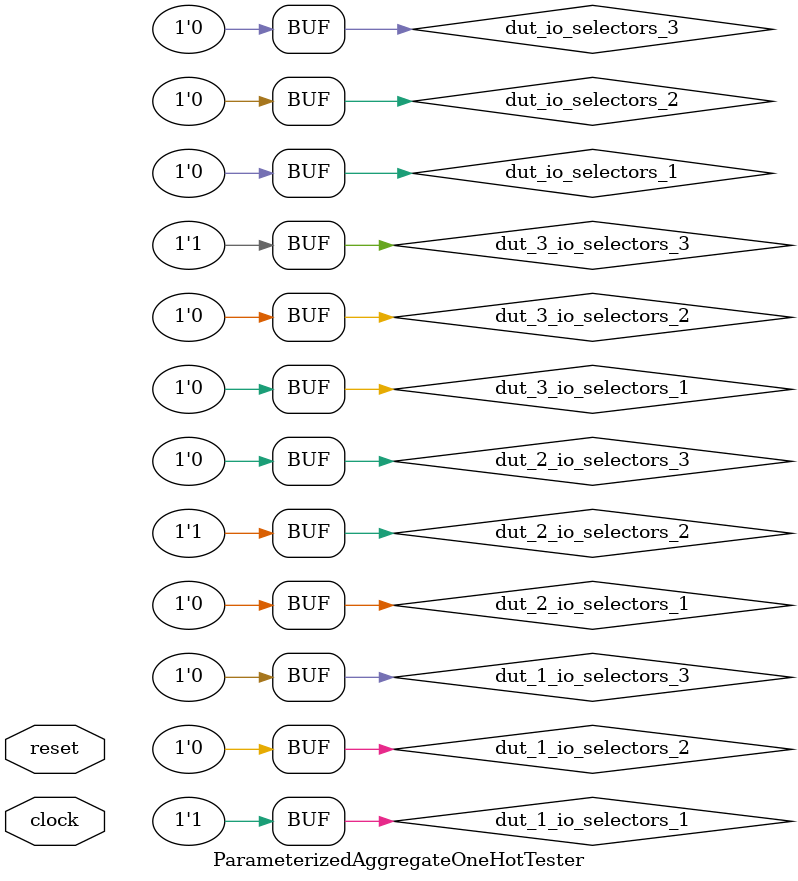
<source format=v>
module ParameterizedAggregateOneHot(
  input        io_selectors_1,
  input        io_selectors_2,
  input        io_selectors_3,
  output [7:0] io_out_v_0,
  output [7:0] io_out_v_1,
  output [6:0] io_out_a_f1,
  output [8:0] io_out_a_f2
);
  wire [8:0] _io_out_T_3 = io_selectors_1 ? 9'h20 : 9'h0; // @[Mux.scala 27:72]
  wire [8:0] _io_out_T_5 = io_selectors_2 ? 9'h40 : 9'h0; // @[Mux.scala 27:72]
  wire [8:0] _io_out_T_7 = io_selectors_3 ? 9'h60 : 9'h0; // @[Mux.scala 27:72]
  wire [8:0] _io_out_T_9 = _io_out_T_3 | _io_out_T_5; // @[Mux.scala 27:72]
  wire [6:0] _io_out_T_15 = io_selectors_1 ? 7'h6 : 7'h0; // @[Mux.scala 27:72]
  wire [6:0] _io_out_T_17 = io_selectors_2 ? 7'hc : 7'h0; // @[Mux.scala 27:72]
  wire [6:0] _io_out_T_19 = io_selectors_3 ? 7'h12 : 7'h0; // @[Mux.scala 27:72]
  wire [6:0] _io_out_T_21 = _io_out_T_15 | _io_out_T_17; // @[Mux.scala 27:72]
  wire [7:0] _io_out_T_27 = io_selectors_1 ? 8'h4 : 8'h0; // @[Mux.scala 27:72]
  wire [7:0] _io_out_T_29 = io_selectors_2 ? 8'h8 : 8'h0; // @[Mux.scala 27:72]
  wire [7:0] _io_out_T_31 = io_selectors_3 ? 8'hc : 8'h0; // @[Mux.scala 27:72]
  wire [7:0] _io_out_T_33 = _io_out_T_27 | _io_out_T_29; // @[Mux.scala 27:72]
  wire [7:0] _io_out_T_39 = io_selectors_1 ? 8'h8 : 8'h0; // @[Mux.scala 27:72]
  wire [7:0] _io_out_T_41 = io_selectors_2 ? 8'h10 : 8'h0; // @[Mux.scala 27:72]
  wire [7:0] _io_out_T_43 = io_selectors_3 ? 8'h18 : 8'h0; // @[Mux.scala 27:72]
  wire [7:0] _io_out_T_45 = _io_out_T_39 | _io_out_T_41; // @[Mux.scala 27:72]
  assign io_out_v_0 = _io_out_T_33 | _io_out_T_31; // @[Mux.scala 27:72]
  assign io_out_v_1 = _io_out_T_45 | _io_out_T_43; // @[Mux.scala 27:72]
  assign io_out_a_f1 = _io_out_T_21 | _io_out_T_19; // @[Mux.scala 27:72]
  assign io_out_a_f2 = _io_out_T_9 | _io_out_T_7; // @[Mux.scala 27:72]
endmodule
module ParameterizedAggregateOneHotTester(
  input   clock,
  input   reset
);
  wire  dut_io_selectors_1; // @[OneHotMuxSpec.scala 173:21]
  wire  dut_io_selectors_2; // @[OneHotMuxSpec.scala 173:21]
  wire  dut_io_selectors_3; // @[OneHotMuxSpec.scala 173:21]
  wire [7:0] dut_io_out_v_0; // @[OneHotMuxSpec.scala 173:21]
  wire [7:0] dut_io_out_v_1; // @[OneHotMuxSpec.scala 173:21]
  wire [6:0] dut_io_out_a_f1; // @[OneHotMuxSpec.scala 173:21]
  wire [8:0] dut_io_out_a_f2; // @[OneHotMuxSpec.scala 173:21]
  wire  dut_1_io_selectors_1; // @[OneHotMuxSpec.scala 173:21]
  wire  dut_1_io_selectors_2; // @[OneHotMuxSpec.scala 173:21]
  wire  dut_1_io_selectors_3; // @[OneHotMuxSpec.scala 173:21]
  wire [7:0] dut_1_io_out_v_0; // @[OneHotMuxSpec.scala 173:21]
  wire [7:0] dut_1_io_out_v_1; // @[OneHotMuxSpec.scala 173:21]
  wire [6:0] dut_1_io_out_a_f1; // @[OneHotMuxSpec.scala 173:21]
  wire [8:0] dut_1_io_out_a_f2; // @[OneHotMuxSpec.scala 173:21]
  wire  dut_2_io_selectors_1; // @[OneHotMuxSpec.scala 173:21]
  wire  dut_2_io_selectors_2; // @[OneHotMuxSpec.scala 173:21]
  wire  dut_2_io_selectors_3; // @[OneHotMuxSpec.scala 173:21]
  wire [7:0] dut_2_io_out_v_0; // @[OneHotMuxSpec.scala 173:21]
  wire [7:0] dut_2_io_out_v_1; // @[OneHotMuxSpec.scala 173:21]
  wire [6:0] dut_2_io_out_a_f1; // @[OneHotMuxSpec.scala 173:21]
  wire [8:0] dut_2_io_out_a_f2; // @[OneHotMuxSpec.scala 173:21]
  wire  dut_3_io_selectors_1; // @[OneHotMuxSpec.scala 173:21]
  wire  dut_3_io_selectors_2; // @[OneHotMuxSpec.scala 173:21]
  wire  dut_3_io_selectors_3; // @[OneHotMuxSpec.scala 173:21]
  wire [7:0] dut_3_io_out_v_0; // @[OneHotMuxSpec.scala 173:21]
  wire [7:0] dut_3_io_out_v_1; // @[OneHotMuxSpec.scala 173:21]
  wire [6:0] dut_3_io_out_a_f1; // @[OneHotMuxSpec.scala 173:21]
  wire [8:0] dut_3_io_out_a_f2; // @[OneHotMuxSpec.scala 173:21]
  wire [31:0] _T = {dut_io_out_v_1,dut_io_out_v_0,dut_io_out_a_f1,dut_io_out_a_f2}; // @[OneHotMuxSpec.scala 176:29]
  wire [31:0] _T_6 = {dut_1_io_out_v_1,dut_1_io_out_v_0,dut_1_io_out_a_f1,dut_1_io_out_a_f2}; // @[OneHotMuxSpec.scala 176:29]
  wire [31:0] _T_12 = {dut_2_io_out_v_1,dut_2_io_out_v_0,dut_2_io_out_a_f1,dut_2_io_out_a_f2}; // @[OneHotMuxSpec.scala 176:29]
  wire [31:0] _T_18 = {dut_3_io_out_v_1,dut_3_io_out_v_0,dut_3_io_out_a_f1,dut_3_io_out_a_f2}; // @[OneHotMuxSpec.scala 176:29]
  ParameterizedAggregateOneHot dut ( // @[OneHotMuxSpec.scala 173:21]
    .io_selectors_1(dut_io_selectors_1),
    .io_selectors_2(dut_io_selectors_2),
    .io_selectors_3(dut_io_selectors_3),
    .io_out_v_0(dut_io_out_v_0),
    .io_out_v_1(dut_io_out_v_1),
    .io_out_a_f1(dut_io_out_a_f1),
    .io_out_a_f2(dut_io_out_a_f2)
  );
  ParameterizedAggregateOneHot dut_1 ( // @[OneHotMuxSpec.scala 173:21]
    .io_selectors_1(dut_1_io_selectors_1),
    .io_selectors_2(dut_1_io_selectors_2),
    .io_selectors_3(dut_1_io_selectors_3),
    .io_out_v_0(dut_1_io_out_v_0),
    .io_out_v_1(dut_1_io_out_v_1),
    .io_out_a_f1(dut_1_io_out_a_f1),
    .io_out_a_f2(dut_1_io_out_a_f2)
  );
  ParameterizedAggregateOneHot dut_2 ( // @[OneHotMuxSpec.scala 173:21]
    .io_selectors_1(dut_2_io_selectors_1),
    .io_selectors_2(dut_2_io_selectors_2),
    .io_selectors_3(dut_2_io_selectors_3),
    .io_out_v_0(dut_2_io_out_v_0),
    .io_out_v_1(dut_2_io_out_v_1),
    .io_out_a_f1(dut_2_io_out_a_f1),
    .io_out_a_f2(dut_2_io_out_a_f2)
  );
  ParameterizedAggregateOneHot dut_3 ( // @[OneHotMuxSpec.scala 173:21]
    .io_selectors_1(dut_3_io_selectors_1),
    .io_selectors_2(dut_3_io_selectors_2),
    .io_selectors_3(dut_3_io_selectors_3),
    .io_out_v_0(dut_3_io_out_v_0),
    .io_out_v_1(dut_3_io_out_v_1),
    .io_out_a_f1(dut_3_io_out_a_f1),
    .io_out_a_f2(dut_3_io_out_a_f2)
  );
  assign dut_io_selectors_1 = 1'h0; // @[OneHotMuxSpec.scala 174:22]
  assign dut_io_selectors_2 = 1'h0; // @[OneHotMuxSpec.scala 174:22]
  assign dut_io_selectors_3 = 1'h0; // @[OneHotMuxSpec.scala 174:22]
  assign dut_1_io_selectors_1 = 1'h1; // @[OneHotMuxSpec.scala 174:22]
  assign dut_1_io_selectors_2 = 1'h0; // @[OneHotMuxSpec.scala 174:22]
  assign dut_1_io_selectors_3 = 1'h0; // @[OneHotMuxSpec.scala 174:22]
  assign dut_2_io_selectors_1 = 1'h0; // @[OneHotMuxSpec.scala 174:22]
  assign dut_2_io_selectors_2 = 1'h1; // @[OneHotMuxSpec.scala 174:22]
  assign dut_2_io_selectors_3 = 1'h0; // @[OneHotMuxSpec.scala 174:22]
  assign dut_3_io_selectors_1 = 1'h0; // @[OneHotMuxSpec.scala 174:22]
  assign dut_3_io_selectors_2 = 1'h0; // @[OneHotMuxSpec.scala 174:22]
  assign dut_3_io_selectors_3 = 1'h1; // @[OneHotMuxSpec.scala 174:22]
  always @(posedge clock) begin
    `ifndef SYNTHESIS
    `ifdef PRINTF_COND
      if (`PRINTF_COND) begin
    `endif
        if (~(_T == 32'h0 | reset)) begin
          $fwrite(32'h80000002,
            "Assertion failed\n    at OneHotMuxSpec.scala:176 assert(dut.io.out.asUInt() === values(i).asUInt())\n"); // @[OneHotMuxSpec.scala 176:11]
        end
    `ifdef PRINTF_COND
      end
    `endif
    `endif // SYNTHESIS
    `ifndef SYNTHESIS
    `ifdef STOP_COND
      if (`STOP_COND) begin
    `endif
        if (~(_T == 32'h0 | reset)) begin
          $fatal; // @[OneHotMuxSpec.scala 176:11]
        end
    `ifdef STOP_COND
      end
    `endif
    `endif // SYNTHESIS
    `ifndef SYNTHESIS
    `ifdef PRINTF_COND
      if (`PRINTF_COND) begin
    `endif
        if (~(_T_6 == 32'h8040c20 | reset)) begin
          $fwrite(32'h80000002,
            "Assertion failed\n    at OneHotMuxSpec.scala:176 assert(dut.io.out.asUInt() === values(i).asUInt())\n"); // @[OneHotMuxSpec.scala 176:11]
        end
    `ifdef PRINTF_COND
      end
    `endif
    `endif // SYNTHESIS
    `ifndef SYNTHESIS
    `ifdef STOP_COND
      if (`STOP_COND) begin
    `endif
        if (~(_T_6 == 32'h8040c20 | reset)) begin
          $fatal; // @[OneHotMuxSpec.scala 176:11]
        end
    `ifdef STOP_COND
      end
    `endif
    `endif // SYNTHESIS
    `ifndef SYNTHESIS
    `ifdef PRINTF_COND
      if (`PRINTF_COND) begin
    `endif
        if (~(_T_12 == 32'h10081840 | reset)) begin
          $fwrite(32'h80000002,
            "Assertion failed\n    at OneHotMuxSpec.scala:176 assert(dut.io.out.asUInt() === values(i).asUInt())\n"); // @[OneHotMuxSpec.scala 176:11]
        end
    `ifdef PRINTF_COND
      end
    `endif
    `endif // SYNTHESIS
    `ifndef SYNTHESIS
    `ifdef STOP_COND
      if (`STOP_COND) begin
    `endif
        if (~(_T_12 == 32'h10081840 | reset)) begin
          $fatal; // @[OneHotMuxSpec.scala 176:11]
        end
    `ifdef STOP_COND
      end
    `endif
    `endif // SYNTHESIS
    `ifndef SYNTHESIS
    `ifdef PRINTF_COND
      if (`PRINTF_COND) begin
    `endif
        if (~(_T_18 == 32'h180c2460 | reset)) begin
          $fwrite(32'h80000002,
            "Assertion failed\n    at OneHotMuxSpec.scala:176 assert(dut.io.out.asUInt() === values(i).asUInt())\n"); // @[OneHotMuxSpec.scala 176:11]
        end
    `ifdef PRINTF_COND
      end
    `endif
    `endif // SYNTHESIS
    `ifndef SYNTHESIS
    `ifdef STOP_COND
      if (`STOP_COND) begin
    `endif
        if (~(_T_18 == 32'h180c2460 | reset)) begin
          $fatal; // @[OneHotMuxSpec.scala 176:11]
        end
    `ifdef STOP_COND
      end
    `endif
    `endif // SYNTHESIS
    `ifndef SYNTHESIS
    `ifdef STOP_COND
      if (`STOP_COND) begin
    `endif
        if (~reset) begin
          $finish; // @[OneHotMuxSpec.scala 179:7]
        end
    `ifdef STOP_COND
      end
    `endif
    `endif // SYNTHESIS
  end
endmodule

</source>
